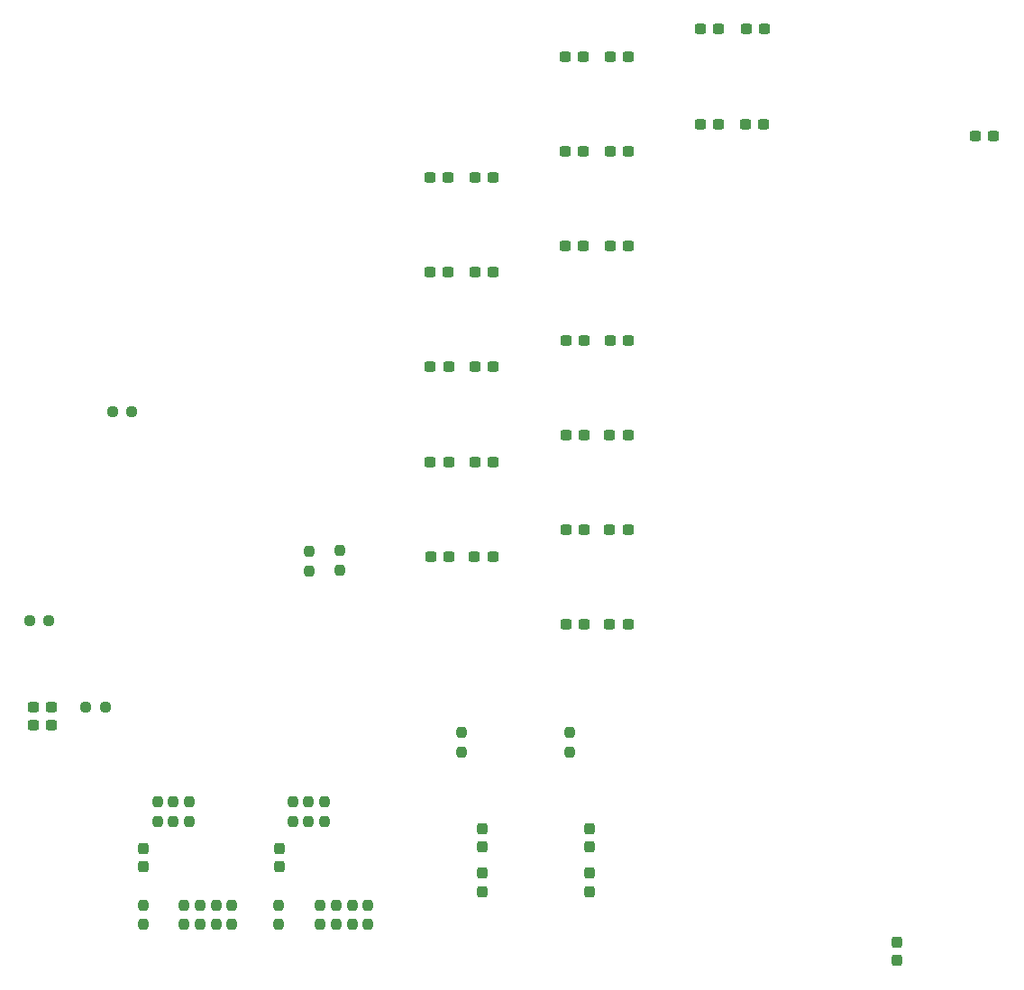
<source format=gbp>
G04 #@! TF.GenerationSoftware,KiCad,Pcbnew,(6.0.2)*
G04 #@! TF.CreationDate,2022-03-02T03:30:40+09:00*
G04 #@! TF.ProjectId,nes_peripheral,6e65735f-7065-4726-9970-686572616c2e,rev?*
G04 #@! TF.SameCoordinates,Original*
G04 #@! TF.FileFunction,Paste,Bot*
G04 #@! TF.FilePolarity,Positive*
%FSLAX46Y46*%
G04 Gerber Fmt 4.6, Leading zero omitted, Abs format (unit mm)*
G04 Created by KiCad (PCBNEW (6.0.2)) date 2022-03-02 03:30:40*
%MOMM*%
%LPD*%
G01*
G04 APERTURE LIST*
G04 Aperture macros list*
%AMRoundRect*
0 Rectangle with rounded corners*
0 $1 Rounding radius*
0 $2 $3 $4 $5 $6 $7 $8 $9 X,Y pos of 4 corners*
0 Add a 4 corners polygon primitive as box body*
4,1,4,$2,$3,$4,$5,$6,$7,$8,$9,$2,$3,0*
0 Add four circle primitives for the rounded corners*
1,1,$1+$1,$2,$3*
1,1,$1+$1,$4,$5*
1,1,$1+$1,$6,$7*
1,1,$1+$1,$8,$9*
0 Add four rect primitives between the rounded corners*
20,1,$1+$1,$2,$3,$4,$5,0*
20,1,$1+$1,$4,$5,$6,$7,0*
20,1,$1+$1,$6,$7,$8,$9,0*
20,1,$1+$1,$8,$9,$2,$3,0*%
G04 Aperture macros list end*
%ADD10RoundRect,0.237500X-0.300000X-0.237500X0.300000X-0.237500X0.300000X0.237500X-0.300000X0.237500X0*%
%ADD11RoundRect,0.237500X-0.237500X0.250000X-0.237500X-0.250000X0.237500X-0.250000X0.237500X0.250000X0*%
%ADD12RoundRect,0.237500X0.237500X-0.250000X0.237500X0.250000X-0.237500X0.250000X-0.237500X-0.250000X0*%
%ADD13RoundRect,0.237500X-0.237500X0.300000X-0.237500X-0.300000X0.237500X-0.300000X0.237500X0.300000X0*%
%ADD14RoundRect,0.237500X0.300000X0.237500X-0.300000X0.237500X-0.300000X-0.237500X0.300000X-0.237500X0*%
%ADD15RoundRect,0.237500X-0.250000X-0.237500X0.250000X-0.237500X0.250000X0.237500X-0.250000X0.237500X0*%
%ADD16RoundRect,0.237500X0.237500X-0.300000X0.237500X0.300000X-0.237500X0.300000X-0.237500X-0.300000X0*%
G04 APERTURE END LIST*
D10*
X80940000Y-95880000D03*
X82665000Y-95880000D03*
X106240000Y-46280000D03*
X107965000Y-46280000D03*
X80877500Y-78080000D03*
X82602500Y-78080000D03*
X43587500Y-110080000D03*
X45312500Y-110080000D03*
X43587500Y-111760000D03*
X45312500Y-111760000D03*
X80840000Y-69180000D03*
X82565000Y-69180000D03*
D11*
X59240000Y-128655000D03*
X59240000Y-130480000D03*
X55240000Y-118955000D03*
X55240000Y-120780000D03*
X67940000Y-118967500D03*
X67940000Y-120792500D03*
D10*
X93540000Y-66680000D03*
X95265000Y-66680000D03*
D11*
X69440000Y-118967500D03*
X69440000Y-120792500D03*
D12*
X93980000Y-114280000D03*
X93980000Y-112455000D03*
D13*
X124740000Y-132155000D03*
X124740000Y-133880000D03*
D12*
X83840000Y-114280000D03*
X83840000Y-112455000D03*
D10*
X93615000Y-84480000D03*
X95340000Y-84480000D03*
D11*
X58240000Y-118955000D03*
X58240000Y-120780000D03*
X62240000Y-128655000D03*
X62240000Y-130480000D03*
D10*
X93615000Y-75580000D03*
X95340000Y-75580000D03*
D11*
X70940000Y-118967500D03*
X70940000Y-120792500D03*
X73540000Y-128667500D03*
X73540000Y-130492500D03*
X72040000Y-128667500D03*
X72040000Y-130492500D03*
D14*
X99440000Y-102280000D03*
X97715000Y-102280000D03*
D10*
X80840000Y-60280000D03*
X82565000Y-60280000D03*
D11*
X53940000Y-128655000D03*
X53940000Y-130480000D03*
X60740000Y-128655000D03*
X60740000Y-130480000D03*
D10*
X80877500Y-86980000D03*
X82602500Y-86980000D03*
X93640000Y-93380000D03*
X95365000Y-93380000D03*
D11*
X75040000Y-128667500D03*
X75040000Y-130492500D03*
D14*
X99465000Y-57780000D03*
X97740000Y-57780000D03*
D11*
X57740000Y-128667500D03*
X57740000Y-130492500D03*
D14*
X112165000Y-55280000D03*
X110440000Y-55280000D03*
D11*
X66640000Y-128667500D03*
X66640000Y-130492500D03*
D15*
X51040000Y-82280000D03*
X52865000Y-82280000D03*
D12*
X69540000Y-97267500D03*
X69540000Y-95442500D03*
D11*
X70540000Y-128667500D03*
X70540000Y-130492500D03*
D10*
X93540000Y-48880000D03*
X95265000Y-48880000D03*
D16*
X85740000Y-127380000D03*
X85740000Y-125655000D03*
D14*
X99440000Y-93380000D03*
X97715000Y-93380000D03*
D10*
X93525000Y-57780000D03*
X95250000Y-57780000D03*
D14*
X112265000Y-46280000D03*
X110540000Y-46280000D03*
D13*
X95840000Y-121480000D03*
X95840000Y-123205000D03*
D16*
X95840000Y-127380000D03*
X95840000Y-125655000D03*
D15*
X48540000Y-110080000D03*
X50365000Y-110080000D03*
D10*
X93640000Y-102280000D03*
X95365000Y-102280000D03*
D13*
X53940000Y-123317500D03*
X53940000Y-125042500D03*
D14*
X86740000Y-95880000D03*
X85015000Y-95880000D03*
X99440000Y-84480000D03*
X97715000Y-84480000D03*
X99465000Y-75580000D03*
X97740000Y-75580000D03*
D12*
X72340000Y-97180000D03*
X72340000Y-95355000D03*
D14*
X86765000Y-60280000D03*
X85040000Y-60280000D03*
D13*
X66740000Y-123317500D03*
X66740000Y-125042500D03*
D14*
X86765000Y-69180000D03*
X85040000Y-69180000D03*
D10*
X132077500Y-56380000D03*
X133802500Y-56380000D03*
D15*
X43240000Y-101880000D03*
X45065000Y-101880000D03*
D10*
X106240000Y-55280000D03*
X107965000Y-55280000D03*
D14*
X86802500Y-78080000D03*
X85077500Y-78080000D03*
X86802500Y-86980000D03*
X85077500Y-86980000D03*
X99465000Y-66680000D03*
X97740000Y-66680000D03*
D13*
X85740000Y-121480000D03*
X85740000Y-123205000D03*
D14*
X99465000Y-48880000D03*
X97740000Y-48880000D03*
D11*
X56740000Y-118955000D03*
X56740000Y-120780000D03*
M02*

</source>
